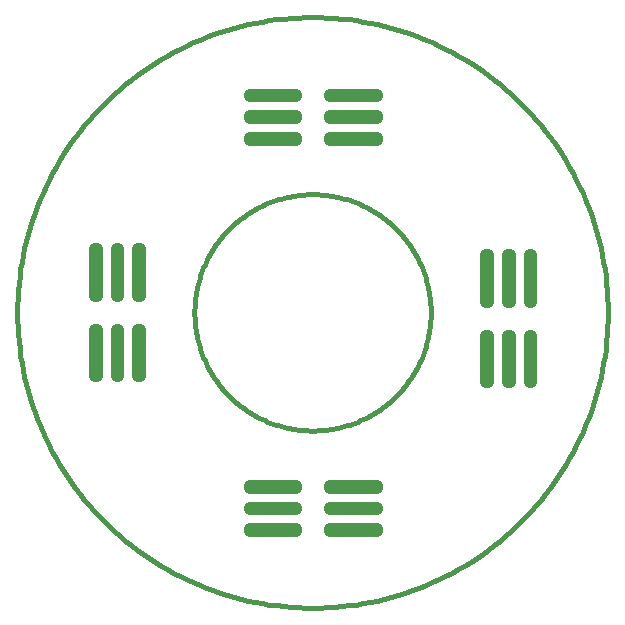
<source format=gbp>
G75*
%MOIN*%
%OFA0B0*%
%FSLAX25Y25*%
%IPPOS*%
%LPD*%
%AMOC8*
5,1,8,0,0,1.08239X$1,22.5*
%
%ADD10C,0.01600*%
%ADD11C,0.03780*%
D10*
X0060855Y0100225D02*
X0060867Y0101191D01*
X0060902Y0102157D01*
X0060962Y0103121D01*
X0061045Y0104084D01*
X0061151Y0105044D01*
X0061281Y0106002D01*
X0061435Y0106956D01*
X0061611Y0107906D01*
X0061812Y0108851D01*
X0062035Y0109791D01*
X0062281Y0110725D01*
X0062550Y0111654D01*
X0062842Y0112575D01*
X0063156Y0113488D01*
X0063493Y0114394D01*
X0063852Y0115291D01*
X0064233Y0116179D01*
X0064635Y0117058D01*
X0065059Y0117926D01*
X0065504Y0118784D01*
X0065970Y0119630D01*
X0066456Y0120465D01*
X0066963Y0121288D01*
X0067490Y0122098D01*
X0068037Y0122895D01*
X0068603Y0123678D01*
X0069188Y0124447D01*
X0069792Y0125201D01*
X0070414Y0125940D01*
X0071054Y0126664D01*
X0071711Y0127372D01*
X0072386Y0128064D01*
X0073078Y0128739D01*
X0073786Y0129396D01*
X0074510Y0130036D01*
X0075249Y0130658D01*
X0076003Y0131262D01*
X0076772Y0131847D01*
X0077555Y0132413D01*
X0078352Y0132960D01*
X0079162Y0133487D01*
X0079985Y0133994D01*
X0080820Y0134480D01*
X0081666Y0134946D01*
X0082524Y0135391D01*
X0083392Y0135815D01*
X0084271Y0136217D01*
X0085159Y0136598D01*
X0086056Y0136957D01*
X0086962Y0137294D01*
X0087875Y0137608D01*
X0088796Y0137900D01*
X0089725Y0138169D01*
X0090659Y0138415D01*
X0091599Y0138638D01*
X0092544Y0138839D01*
X0093494Y0139015D01*
X0094448Y0139169D01*
X0095406Y0139299D01*
X0096366Y0139405D01*
X0097329Y0139488D01*
X0098293Y0139548D01*
X0099259Y0139583D01*
X0100225Y0139595D01*
X0101191Y0139583D01*
X0102157Y0139548D01*
X0103121Y0139488D01*
X0104084Y0139405D01*
X0105044Y0139299D01*
X0106002Y0139169D01*
X0106956Y0139015D01*
X0107906Y0138839D01*
X0108851Y0138638D01*
X0109791Y0138415D01*
X0110725Y0138169D01*
X0111654Y0137900D01*
X0112575Y0137608D01*
X0113488Y0137294D01*
X0114394Y0136957D01*
X0115291Y0136598D01*
X0116179Y0136217D01*
X0117058Y0135815D01*
X0117926Y0135391D01*
X0118784Y0134946D01*
X0119630Y0134480D01*
X0120465Y0133994D01*
X0121288Y0133487D01*
X0122098Y0132960D01*
X0122895Y0132413D01*
X0123678Y0131847D01*
X0124447Y0131262D01*
X0125201Y0130658D01*
X0125940Y0130036D01*
X0126664Y0129396D01*
X0127372Y0128739D01*
X0128064Y0128064D01*
X0128739Y0127372D01*
X0129396Y0126664D01*
X0130036Y0125940D01*
X0130658Y0125201D01*
X0131262Y0124447D01*
X0131847Y0123678D01*
X0132413Y0122895D01*
X0132960Y0122098D01*
X0133487Y0121288D01*
X0133994Y0120465D01*
X0134480Y0119630D01*
X0134946Y0118784D01*
X0135391Y0117926D01*
X0135815Y0117058D01*
X0136217Y0116179D01*
X0136598Y0115291D01*
X0136957Y0114394D01*
X0137294Y0113488D01*
X0137608Y0112575D01*
X0137900Y0111654D01*
X0138169Y0110725D01*
X0138415Y0109791D01*
X0138638Y0108851D01*
X0138839Y0107906D01*
X0139015Y0106956D01*
X0139169Y0106002D01*
X0139299Y0105044D01*
X0139405Y0104084D01*
X0139488Y0103121D01*
X0139548Y0102157D01*
X0139583Y0101191D01*
X0139595Y0100225D01*
X0139583Y0099259D01*
X0139548Y0098293D01*
X0139488Y0097329D01*
X0139405Y0096366D01*
X0139299Y0095406D01*
X0139169Y0094448D01*
X0139015Y0093494D01*
X0138839Y0092544D01*
X0138638Y0091599D01*
X0138415Y0090659D01*
X0138169Y0089725D01*
X0137900Y0088796D01*
X0137608Y0087875D01*
X0137294Y0086962D01*
X0136957Y0086056D01*
X0136598Y0085159D01*
X0136217Y0084271D01*
X0135815Y0083392D01*
X0135391Y0082524D01*
X0134946Y0081666D01*
X0134480Y0080820D01*
X0133994Y0079985D01*
X0133487Y0079162D01*
X0132960Y0078352D01*
X0132413Y0077555D01*
X0131847Y0076772D01*
X0131262Y0076003D01*
X0130658Y0075249D01*
X0130036Y0074510D01*
X0129396Y0073786D01*
X0128739Y0073078D01*
X0128064Y0072386D01*
X0127372Y0071711D01*
X0126664Y0071054D01*
X0125940Y0070414D01*
X0125201Y0069792D01*
X0124447Y0069188D01*
X0123678Y0068603D01*
X0122895Y0068037D01*
X0122098Y0067490D01*
X0121288Y0066963D01*
X0120465Y0066456D01*
X0119630Y0065970D01*
X0118784Y0065504D01*
X0117926Y0065059D01*
X0117058Y0064635D01*
X0116179Y0064233D01*
X0115291Y0063852D01*
X0114394Y0063493D01*
X0113488Y0063156D01*
X0112575Y0062842D01*
X0111654Y0062550D01*
X0110725Y0062281D01*
X0109791Y0062035D01*
X0108851Y0061812D01*
X0107906Y0061611D01*
X0106956Y0061435D01*
X0106002Y0061281D01*
X0105044Y0061151D01*
X0104084Y0061045D01*
X0103121Y0060962D01*
X0102157Y0060902D01*
X0101191Y0060867D01*
X0100225Y0060855D01*
X0099259Y0060867D01*
X0098293Y0060902D01*
X0097329Y0060962D01*
X0096366Y0061045D01*
X0095406Y0061151D01*
X0094448Y0061281D01*
X0093494Y0061435D01*
X0092544Y0061611D01*
X0091599Y0061812D01*
X0090659Y0062035D01*
X0089725Y0062281D01*
X0088796Y0062550D01*
X0087875Y0062842D01*
X0086962Y0063156D01*
X0086056Y0063493D01*
X0085159Y0063852D01*
X0084271Y0064233D01*
X0083392Y0064635D01*
X0082524Y0065059D01*
X0081666Y0065504D01*
X0080820Y0065970D01*
X0079985Y0066456D01*
X0079162Y0066963D01*
X0078352Y0067490D01*
X0077555Y0068037D01*
X0076772Y0068603D01*
X0076003Y0069188D01*
X0075249Y0069792D01*
X0074510Y0070414D01*
X0073786Y0071054D01*
X0073078Y0071711D01*
X0072386Y0072386D01*
X0071711Y0073078D01*
X0071054Y0073786D01*
X0070414Y0074510D01*
X0069792Y0075249D01*
X0069188Y0076003D01*
X0068603Y0076772D01*
X0068037Y0077555D01*
X0067490Y0078352D01*
X0066963Y0079162D01*
X0066456Y0079985D01*
X0065970Y0080820D01*
X0065504Y0081666D01*
X0065059Y0082524D01*
X0064635Y0083392D01*
X0064233Y0084271D01*
X0063852Y0085159D01*
X0063493Y0086056D01*
X0063156Y0086962D01*
X0062842Y0087875D01*
X0062550Y0088796D01*
X0062281Y0089725D01*
X0062035Y0090659D01*
X0061812Y0091599D01*
X0061611Y0092544D01*
X0061435Y0093494D01*
X0061281Y0094448D01*
X0061151Y0095406D01*
X0061045Y0096366D01*
X0060962Y0097329D01*
X0060902Y0098293D01*
X0060867Y0099259D01*
X0060855Y0100225D01*
X0001800Y0100225D02*
X0001830Y0102640D01*
X0001919Y0105054D01*
X0002067Y0107466D01*
X0002274Y0109872D01*
X0002540Y0112273D01*
X0002865Y0114667D01*
X0003249Y0117052D01*
X0003691Y0119427D01*
X0004192Y0121790D01*
X0004750Y0124140D01*
X0005365Y0126476D01*
X0006038Y0128796D01*
X0006768Y0131099D01*
X0007554Y0133383D01*
X0008395Y0135648D01*
X0009292Y0137891D01*
X0010244Y0140111D01*
X0011250Y0142307D01*
X0012309Y0144478D01*
X0013422Y0146622D01*
X0014587Y0148739D01*
X0015803Y0150826D01*
X0017070Y0152882D01*
X0018388Y0154907D01*
X0019754Y0156899D01*
X0021169Y0158857D01*
X0022632Y0160779D01*
X0024141Y0162665D01*
X0025697Y0164514D01*
X0027297Y0166323D01*
X0028941Y0168093D01*
X0030628Y0169822D01*
X0032357Y0171509D01*
X0034127Y0173153D01*
X0035936Y0174753D01*
X0037785Y0176309D01*
X0039671Y0177818D01*
X0041593Y0179281D01*
X0043551Y0180696D01*
X0045543Y0182062D01*
X0047568Y0183380D01*
X0049624Y0184647D01*
X0051711Y0185863D01*
X0053828Y0187028D01*
X0055972Y0188141D01*
X0058143Y0189200D01*
X0060339Y0190206D01*
X0062559Y0191158D01*
X0064802Y0192055D01*
X0067067Y0192896D01*
X0069351Y0193682D01*
X0071654Y0194412D01*
X0073974Y0195085D01*
X0076310Y0195700D01*
X0078660Y0196258D01*
X0081023Y0196759D01*
X0083398Y0197201D01*
X0085783Y0197585D01*
X0088177Y0197910D01*
X0090578Y0198176D01*
X0092984Y0198383D01*
X0095396Y0198531D01*
X0097810Y0198620D01*
X0100225Y0198650D01*
X0102640Y0198620D01*
X0105054Y0198531D01*
X0107466Y0198383D01*
X0109872Y0198176D01*
X0112273Y0197910D01*
X0114667Y0197585D01*
X0117052Y0197201D01*
X0119427Y0196759D01*
X0121790Y0196258D01*
X0124140Y0195700D01*
X0126476Y0195085D01*
X0128796Y0194412D01*
X0131099Y0193682D01*
X0133383Y0192896D01*
X0135648Y0192055D01*
X0137891Y0191158D01*
X0140111Y0190206D01*
X0142307Y0189200D01*
X0144478Y0188141D01*
X0146622Y0187028D01*
X0148739Y0185863D01*
X0150826Y0184647D01*
X0152882Y0183380D01*
X0154907Y0182062D01*
X0156899Y0180696D01*
X0158857Y0179281D01*
X0160779Y0177818D01*
X0162665Y0176309D01*
X0164514Y0174753D01*
X0166323Y0173153D01*
X0168093Y0171509D01*
X0169822Y0169822D01*
X0171509Y0168093D01*
X0173153Y0166323D01*
X0174753Y0164514D01*
X0176309Y0162665D01*
X0177818Y0160779D01*
X0179281Y0158857D01*
X0180696Y0156899D01*
X0182062Y0154907D01*
X0183380Y0152882D01*
X0184647Y0150826D01*
X0185863Y0148739D01*
X0187028Y0146622D01*
X0188141Y0144478D01*
X0189200Y0142307D01*
X0190206Y0140111D01*
X0191158Y0137891D01*
X0192055Y0135648D01*
X0192896Y0133383D01*
X0193682Y0131099D01*
X0194412Y0128796D01*
X0195085Y0126476D01*
X0195700Y0124140D01*
X0196258Y0121790D01*
X0196759Y0119427D01*
X0197201Y0117052D01*
X0197585Y0114667D01*
X0197910Y0112273D01*
X0198176Y0109872D01*
X0198383Y0107466D01*
X0198531Y0105054D01*
X0198620Y0102640D01*
X0198650Y0100225D01*
X0198620Y0097810D01*
X0198531Y0095396D01*
X0198383Y0092984D01*
X0198176Y0090578D01*
X0197910Y0088177D01*
X0197585Y0085783D01*
X0197201Y0083398D01*
X0196759Y0081023D01*
X0196258Y0078660D01*
X0195700Y0076310D01*
X0195085Y0073974D01*
X0194412Y0071654D01*
X0193682Y0069351D01*
X0192896Y0067067D01*
X0192055Y0064802D01*
X0191158Y0062559D01*
X0190206Y0060339D01*
X0189200Y0058143D01*
X0188141Y0055972D01*
X0187028Y0053828D01*
X0185863Y0051711D01*
X0184647Y0049624D01*
X0183380Y0047568D01*
X0182062Y0045543D01*
X0180696Y0043551D01*
X0179281Y0041593D01*
X0177818Y0039671D01*
X0176309Y0037785D01*
X0174753Y0035936D01*
X0173153Y0034127D01*
X0171509Y0032357D01*
X0169822Y0030628D01*
X0168093Y0028941D01*
X0166323Y0027297D01*
X0164514Y0025697D01*
X0162665Y0024141D01*
X0160779Y0022632D01*
X0158857Y0021169D01*
X0156899Y0019754D01*
X0154907Y0018388D01*
X0152882Y0017070D01*
X0150826Y0015803D01*
X0148739Y0014587D01*
X0146622Y0013422D01*
X0144478Y0012309D01*
X0142307Y0011250D01*
X0140111Y0010244D01*
X0137891Y0009292D01*
X0135648Y0008395D01*
X0133383Y0007554D01*
X0131099Y0006768D01*
X0128796Y0006038D01*
X0126476Y0005365D01*
X0124140Y0004750D01*
X0121790Y0004192D01*
X0119427Y0003691D01*
X0117052Y0003249D01*
X0114667Y0002865D01*
X0112273Y0002540D01*
X0109872Y0002274D01*
X0107466Y0002067D01*
X0105054Y0001919D01*
X0102640Y0001830D01*
X0100225Y0001800D01*
X0097810Y0001830D01*
X0095396Y0001919D01*
X0092984Y0002067D01*
X0090578Y0002274D01*
X0088177Y0002540D01*
X0085783Y0002865D01*
X0083398Y0003249D01*
X0081023Y0003691D01*
X0078660Y0004192D01*
X0076310Y0004750D01*
X0073974Y0005365D01*
X0071654Y0006038D01*
X0069351Y0006768D01*
X0067067Y0007554D01*
X0064802Y0008395D01*
X0062559Y0009292D01*
X0060339Y0010244D01*
X0058143Y0011250D01*
X0055972Y0012309D01*
X0053828Y0013422D01*
X0051711Y0014587D01*
X0049624Y0015803D01*
X0047568Y0017070D01*
X0045543Y0018388D01*
X0043551Y0019754D01*
X0041593Y0021169D01*
X0039671Y0022632D01*
X0037785Y0024141D01*
X0035936Y0025697D01*
X0034127Y0027297D01*
X0032357Y0028941D01*
X0030628Y0030628D01*
X0028941Y0032357D01*
X0027297Y0034127D01*
X0025697Y0035936D01*
X0024141Y0037785D01*
X0022632Y0039671D01*
X0021169Y0041593D01*
X0019754Y0043551D01*
X0018388Y0045543D01*
X0017070Y0047568D01*
X0015803Y0049624D01*
X0014587Y0051711D01*
X0013422Y0053828D01*
X0012309Y0055972D01*
X0011250Y0058143D01*
X0010244Y0060339D01*
X0009292Y0062559D01*
X0008395Y0064802D01*
X0007554Y0067067D01*
X0006768Y0069351D01*
X0006038Y0071654D01*
X0005365Y0073974D01*
X0004750Y0076310D01*
X0004192Y0078660D01*
X0003691Y0081023D01*
X0003249Y0083398D01*
X0002865Y0085783D01*
X0002540Y0088177D01*
X0002274Y0090578D01*
X0002067Y0092984D01*
X0001919Y0095396D01*
X0001830Y0097810D01*
X0001800Y0100225D01*
D11*
X0027273Y0094791D02*
X0027273Y0078887D01*
X0027273Y0094791D02*
X0028217Y0094791D01*
X0028217Y0078887D01*
X0027273Y0078887D01*
X0027273Y0082666D02*
X0028217Y0082666D01*
X0028217Y0086445D02*
X0027273Y0086445D01*
X0027273Y0090224D02*
X0028217Y0090224D01*
X0028217Y0094003D02*
X0027273Y0094003D01*
X0034556Y0094791D02*
X0034556Y0078887D01*
X0034556Y0094791D02*
X0035500Y0094791D01*
X0035500Y0078887D01*
X0034556Y0078887D01*
X0034556Y0082666D02*
X0035500Y0082666D01*
X0035500Y0086445D02*
X0034556Y0086445D01*
X0034556Y0090224D02*
X0035500Y0090224D01*
X0035500Y0094003D02*
X0034556Y0094003D01*
X0041840Y0094791D02*
X0041840Y0078887D01*
X0041840Y0094791D02*
X0042784Y0094791D01*
X0042784Y0078887D01*
X0041840Y0078887D01*
X0041840Y0082666D02*
X0042784Y0082666D01*
X0042784Y0086445D02*
X0041840Y0086445D01*
X0041840Y0090224D02*
X0042784Y0090224D01*
X0042784Y0094003D02*
X0041840Y0094003D01*
X0041840Y0105659D02*
X0041840Y0121563D01*
X0042784Y0121563D01*
X0042784Y0105659D01*
X0041840Y0105659D01*
X0041840Y0109438D02*
X0042784Y0109438D01*
X0042784Y0113217D02*
X0041840Y0113217D01*
X0041840Y0116996D02*
X0042784Y0116996D01*
X0042784Y0120775D02*
X0041840Y0120775D01*
X0034556Y0121563D02*
X0034556Y0105659D01*
X0034556Y0121563D02*
X0035500Y0121563D01*
X0035500Y0105659D01*
X0034556Y0105659D01*
X0034556Y0109438D02*
X0035500Y0109438D01*
X0035500Y0113217D02*
X0034556Y0113217D01*
X0034556Y0116996D02*
X0035500Y0116996D01*
X0035500Y0120775D02*
X0034556Y0120775D01*
X0027273Y0121563D02*
X0027273Y0105659D01*
X0027273Y0121563D02*
X0028217Y0121563D01*
X0028217Y0105659D01*
X0027273Y0105659D01*
X0027273Y0109438D02*
X0028217Y0109438D01*
X0028217Y0113217D02*
X0027273Y0113217D01*
X0027273Y0116996D02*
X0028217Y0116996D01*
X0028217Y0120775D02*
X0027273Y0120775D01*
X0078887Y0158611D02*
X0094791Y0158611D01*
X0094791Y0157667D01*
X0078887Y0157667D01*
X0078887Y0158611D01*
X0078887Y0165894D02*
X0094791Y0165894D01*
X0094791Y0164950D01*
X0078887Y0164950D01*
X0078887Y0165894D01*
X0078887Y0173178D02*
X0094791Y0173178D01*
X0094791Y0172234D01*
X0078887Y0172234D01*
X0078887Y0173178D01*
X0105659Y0173178D02*
X0121563Y0173178D01*
X0121563Y0172234D01*
X0105659Y0172234D01*
X0105659Y0173178D01*
X0105659Y0165894D02*
X0121563Y0165894D01*
X0121563Y0164950D01*
X0105659Y0164950D01*
X0105659Y0165894D01*
X0105659Y0158611D02*
X0121563Y0158611D01*
X0121563Y0157667D01*
X0105659Y0157667D01*
X0105659Y0158611D01*
X0158611Y0119595D02*
X0158611Y0103691D01*
X0157667Y0103691D01*
X0157667Y0119595D01*
X0158611Y0119595D01*
X0158611Y0107470D02*
X0157667Y0107470D01*
X0157667Y0111249D02*
X0158611Y0111249D01*
X0158611Y0115028D02*
X0157667Y0115028D01*
X0157667Y0118807D02*
X0158611Y0118807D01*
X0165894Y0119595D02*
X0165894Y0103691D01*
X0164950Y0103691D01*
X0164950Y0119595D01*
X0165894Y0119595D01*
X0165894Y0107470D02*
X0164950Y0107470D01*
X0164950Y0111249D02*
X0165894Y0111249D01*
X0165894Y0115028D02*
X0164950Y0115028D01*
X0164950Y0118807D02*
X0165894Y0118807D01*
X0173178Y0119595D02*
X0173178Y0103691D01*
X0172234Y0103691D01*
X0172234Y0119595D01*
X0173178Y0119595D01*
X0173178Y0107470D02*
X0172234Y0107470D01*
X0172234Y0111249D02*
X0173178Y0111249D01*
X0173178Y0115028D02*
X0172234Y0115028D01*
X0172234Y0118807D02*
X0173178Y0118807D01*
X0173178Y0092823D02*
X0173178Y0076919D01*
X0172234Y0076919D01*
X0172234Y0092823D01*
X0173178Y0092823D01*
X0173178Y0080698D02*
X0172234Y0080698D01*
X0172234Y0084477D02*
X0173178Y0084477D01*
X0173178Y0088256D02*
X0172234Y0088256D01*
X0172234Y0092035D02*
X0173178Y0092035D01*
X0165894Y0092823D02*
X0165894Y0076919D01*
X0164950Y0076919D01*
X0164950Y0092823D01*
X0165894Y0092823D01*
X0165894Y0080698D02*
X0164950Y0080698D01*
X0164950Y0084477D02*
X0165894Y0084477D01*
X0165894Y0088256D02*
X0164950Y0088256D01*
X0164950Y0092035D02*
X0165894Y0092035D01*
X0158611Y0092823D02*
X0158611Y0076919D01*
X0157667Y0076919D01*
X0157667Y0092823D01*
X0158611Y0092823D01*
X0158611Y0080698D02*
X0157667Y0080698D01*
X0157667Y0084477D02*
X0158611Y0084477D01*
X0158611Y0088256D02*
X0157667Y0088256D01*
X0157667Y0092035D02*
X0158611Y0092035D01*
X0121563Y0041840D02*
X0105659Y0041840D01*
X0105659Y0042784D01*
X0121563Y0042784D01*
X0121563Y0041840D01*
X0121563Y0034556D02*
X0105659Y0034556D01*
X0105659Y0035500D01*
X0121563Y0035500D01*
X0121563Y0034556D01*
X0121563Y0027273D02*
X0105659Y0027273D01*
X0105659Y0028217D01*
X0121563Y0028217D01*
X0121563Y0027273D01*
X0094791Y0027273D02*
X0078887Y0027273D01*
X0078887Y0028217D01*
X0094791Y0028217D01*
X0094791Y0027273D01*
X0094791Y0034556D02*
X0078887Y0034556D01*
X0078887Y0035500D01*
X0094791Y0035500D01*
X0094791Y0034556D01*
X0094791Y0041840D02*
X0078887Y0041840D01*
X0078887Y0042784D01*
X0094791Y0042784D01*
X0094791Y0041840D01*
M02*

</source>
